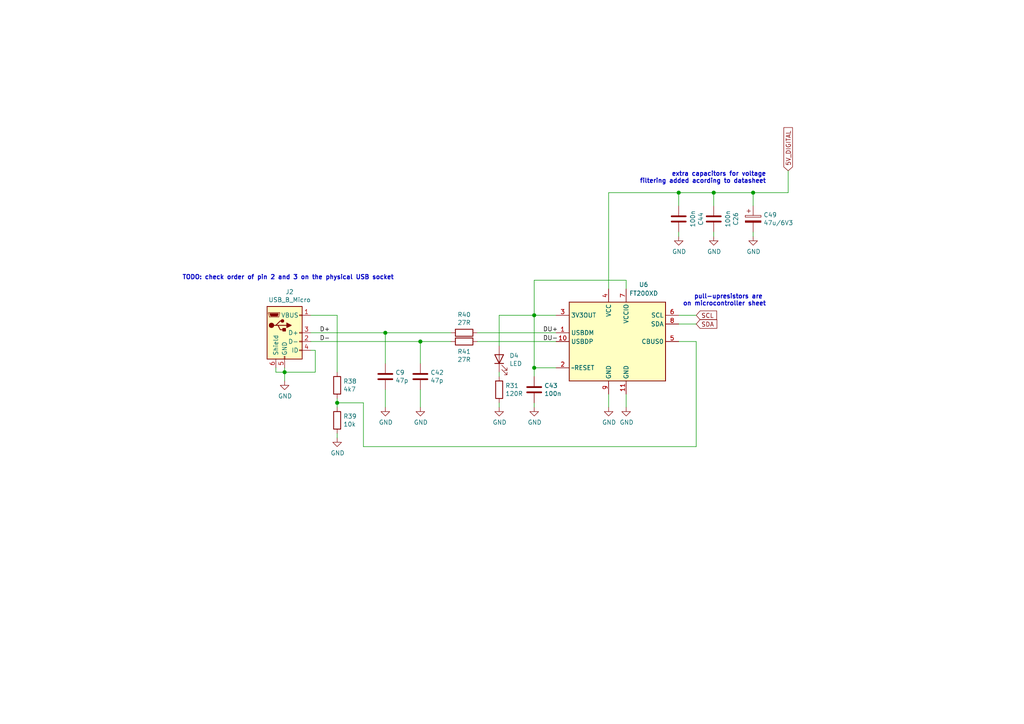
<source format=kicad_sch>
(kicad_sch (version 20231120) (generator "eeschema") (generator_version "8.0")
  (paper "A4")
  (lib_symbols
    (symbol "DDSFunctionGenerator-rescue:USB_B_Micro-Connector" (pin_names (offset 1.016))
      (property "Reference" "J" (at -5.08 11.43 0))
      (property "Value" "USB_B_Micro-Connector" (at -5.08 8.89 0))
      (symbol "USB_B_Micro-Connector_0_1"
        (rectangle (start -5.08 -7.62) (end 5.08 7.62) (stroke (width 0.254)) (fill (type background)))
        (circle (center -3.81 2.159) (radius 0.635) (stroke (width 0.254)) (fill (type outline)))
        (circle (center -0.635 3.429) (radius 0.381) (stroke (width 0.254)) (fill (type outline)))
        (rectangle (start -0.127 -7.62) (end 0.127 -6.858))
        (polyline (pts (xy -1.905 2.159) (xy 0.635 2.159)) (stroke (width 0.254)))
        (polyline (pts (xy -3.175 2.159) (xy -2.54 2.159) (xy -1.27 3.429) (xy -0.635 3.429)) (stroke (width 0.254)))
        (polyline (pts (xy -2.54 2.159) (xy -1.905 2.159) (xy -1.27 0.889) (xy 0 0.889)) (stroke (width 0.254)))
        (polyline (pts (xy 0.635 2.794) (xy 0.635 1.524) (xy 1.905 2.159) (xy 0.635 2.794)) (stroke (width 0.254)) (fill (type outline)))
        (polyline (pts (xy -4.318 5.588) (xy -1.778 5.588) (xy -2.032 4.826) (xy -4.064 4.826) (xy -4.318 5.588)) (fill (type outline)))
        (polyline (pts (xy -4.699 5.842) (xy -4.699 5.588) (xy -4.445 4.826) (xy -4.445 4.572) (xy -1.651 4.572) (xy -1.651 4.826) (xy -1.397 5.588) (xy -1.397 5.842) (xy -4.699 5.842)))
        (rectangle (start 0.254 1.27) (end -0.508 0.508) (stroke (width 0.254)) (fill (type outline)))
        (rectangle (start 5.08 -5.207) (end 4.318 -4.953))
        (rectangle (start 5.08 -2.667) (end 4.318 -2.413))
        (rectangle (start 5.08 -0.127) (end 4.318 0.127))
        (rectangle (start 5.08 4.953) (end 4.318 5.207))
      )
      (symbol "USB_B_Micro-Connector_1_1"
        (pin power_out line (at 7.62 5.08 180) (length 2.54) (name "VBUS") (number "1"))
        (pin passive line (at 7.62 -2.54 180) (length 2.54) (name "D-") (number "2"))
        (pin passive line (at 7.62 0 180) (length 2.54) (name "D+") (number "3"))
        (pin passive line (at 7.62 -5.08 180) (length 2.54) (name "ID") (number "4"))
        (pin power_out line (at 0 -10.16 90) (length 2.54) (name "GND") (number "5"))
        (pin passive line (at -2.54 -10.16 90) (length 2.54) (name "Shield") (number "6"))
      )
    )
    (symbol "Device:C" (pin_numbers hide) (pin_names (offset 0.254))
      (property "Reference" "C" (at 0.635 2.54 0))
      (property "Value" "C" (at 0.635 -2.54 0))
      (symbol "C_0_1"
        (polyline (pts (xy -2.032 -0.762) (xy 2.032 -0.762)) (stroke (width 0.508)))
        (polyline (pts (xy -2.032 0.762) (xy 2.032 0.762)) (stroke (width 0.508)))
      )
      (symbol "C_1_1"
        (pin passive line (at 0 3.81 270) (length 2.794) (name "~") (number "1"))
        (pin passive line (at 0 -3.81 90) (length 2.794) (name "~") (number "2"))
      )
    )
    (symbol "Device:CP" (pin_numbers hide) (pin_names (offset 0.254))
      (property "Reference" "C" (at 0.635 2.54 0))
      (property "Value" "CP" (at 0.635 -2.54 0))
      (symbol "CP_0_1"
        (rectangle (start -2.286 0.508) (end 2.286 1.016))
        (polyline (pts (xy -1.778 2.286) (xy -0.762 2.286)))
        (polyline (pts (xy -1.27 2.794) (xy -1.27 1.778)))
        (rectangle (start 2.286 -0.508) (end -2.286 -1.016) (fill (type outline)))
      )
      (symbol "CP_1_1"
        (pin passive line (at 0 3.81 270) (length 2.794) (name "~") (number "1"))
        (pin passive line (at 0 -3.81 90) (length 2.794) (name "~") (number "2"))
      )
    )
    (symbol "Device:LED" (pin_numbers hide) (pin_names (offset 1.016) hide)
      (property "Reference" "D" (at 0 2.54 0))
      (property "Value" "LED" (at 0 -2.54 0))
      (symbol "LED_0_1"
        (polyline (pts (xy -1.27 -1.27) (xy -1.27 1.27)) (stroke (width 0.254)))
        (polyline (pts (xy -1.27 0) (xy 1.27 0)))
        (polyline (pts (xy 1.27 -1.27) (xy 1.27 1.27) (xy -1.27 0) (xy 1.27 -1.27)) (stroke (width 0.254)))
        (polyline (pts (xy -3.048 -0.762) (xy -4.572 -2.286) (xy -3.81 -2.286) (xy -4.572 -2.286) (xy -4.572 -1.524)))
        (polyline (pts (xy -1.778 -0.762) (xy -3.302 -2.286) (xy -2.54 -2.286) (xy -3.302 -2.286) (xy -3.302 -1.524)))
      )
      (symbol "LED_1_1"
        (pin passive line (at -3.81 0 0) (length 2.54) (name "K") (number "1"))
        (pin passive line (at 3.81 0 180) (length 2.54) (name "A") (number "2"))
      )
    )
    (symbol "Device:R" (pin_numbers hide) (pin_names (offset 0))
      (property "Reference" "R" (at 2.032 0 90))
      (property "Value" "R" (at 0 0 90))
      (symbol "R_0_1"
        (rectangle (start -1.016 -2.54) (end 1.016 2.54) (stroke (width 0.254)))
      )
      (symbol "R_1_1"
        (pin passive line (at 0 3.81 270) (length 1.27) (name "~") (number "1"))
        (pin passive line (at 0 -3.81 90) (length 1.27) (name "~") (number "2"))
      )
    )
    (symbol "Interface_USB:FT200XD"
      (property "Reference" "U" (at -13.97 12.7 0))
      (property "Value" "FT200XD" (at 7.62 12.7 0))
      (symbol "FT200XD_0_1"
        (rectangle (start -13.97 11.43) (end 13.97 -11.43) (stroke (width 0.254)) (fill (type background)))
      )
      (symbol "FT200XD_1_1"
        (pin input line (at -17.78 2.54 0) (length 3.81) (name "USBDM") (number "1"))
        (pin input line (at -17.78 0 0) (length 3.81) (name "USBDP") (number "10"))
        (pin power_in line (at 2.54 -15.24 90) (length 3.81) (name "GND") (number "11"))
        (pin input line (at -17.78 -7.62 0) (length 3.81) (name "~RESET") (number "2"))
        (pin power_out line (at -17.78 7.62 0) (length 3.81) (name "3V3OUT") (number "3"))
        (pin power_in line (at -2.54 15.24 270) (length 3.81) (name "VCC") (number "4"))
        (pin bidirectional line (at 17.78 0 180) (length 3.81) (name "CBUS0") (number "5"))
        (pin input line (at 17.78 7.62 180) (length 3.81) (name "SCL") (number "6"))
        (pin power_in line (at 2.54 15.24 270) (length 3.81) (name "VCCIO") (number "7"))
        (pin bidirectional line (at 17.78 5.08 180) (length 3.81) (name "SDA") (number "8"))
        (pin power_in line (at -2.54 -15.24 90) (length 3.81) (name "GND") (number "9"))
      )
    )
    (symbol "power:GND" (power) (pin_names (offset 0))
      (property "Value" "GND" (at 0 -3.81 0))
      (symbol "GND_0_1"
        (polyline (pts (xy 0 0) (xy 0 -1.27) (xy 1.27 -1.27) (xy 0 -2.54) (xy -1.27 -1.27) (xy 0 -1.27)))
      )
      (symbol "GND_1_1"
        (pin power_in line (at 0 0 270) (length 0) hide (name "GND") (number "1"))
      )
    )
  )
  (junction (at 97.79 116.84) (diameter 1.016))
  (junction (at 196.85 55.88) (diameter 1.016))
  (junction (at 82.55 107.95) (diameter 1.016))
  (junction (at 154.94 106.68) (diameter 1.016))
  (junction (at 121.92 99.06) (diameter 1.016))
  (junction (at 111.76 96.52) (diameter 1.016))
  (junction (at 218.44 55.88) (diameter 1.016))
  (junction (at 154.94 91.44) (diameter 1.016))
  (junction (at 207.01 55.88) (diameter 1.016))
  (wire (pts (xy 97.79 91.44) (xy 97.79 107.95)))
  (wire (pts (xy 218.44 59.69) (xy 218.44 55.88)))
  (wire (pts (xy 207.01 59.69) (xy 207.01 55.88)))
  (wire (pts (xy 82.55 107.95) (xy 82.55 106.68)))
  (wire (pts (xy 80.01 106.68) (xy 80.01 107.95)))
  (wire (pts (xy 144.78 107.95) (xy 144.78 109.22)))
  (wire (pts (xy 181.61 81.28) (xy 154.94 81.28)))
  (wire (pts (xy 196.85 55.88) (xy 196.85 59.69)))
  (wire (pts (xy 181.61 118.11) (xy 181.61 114.3)))
  (wire (pts (xy 161.29 106.68) (xy 154.94 106.68)))
  (wire (pts (xy 121.92 118.11) (xy 121.92 113.03)))
  (wire (pts (xy 154.94 106.68) (xy 154.94 109.22)))
  (wire (pts (xy 105.41 129.54) (xy 201.93 129.54)))
  (wire (pts (xy 97.79 116.84) (xy 97.79 115.57)))
  (wire (pts (xy 80.01 107.95) (xy 82.55 107.95)))
  (wire (pts (xy 97.79 127) (xy 97.79 125.73)))
  (wire (pts (xy 207.01 68.58) (xy 207.01 67.31)))
  (wire (pts (xy 91.44 107.95) (xy 82.55 107.95)))
  (wire (pts (xy 218.44 68.58) (xy 218.44 67.31)))
  (wire (pts (xy 90.17 99.06) (xy 121.92 99.06)))
  (wire (pts (xy 121.92 105.41) (xy 121.92 99.06)))
  (wire (pts (xy 154.94 118.11) (xy 154.94 116.84)))
  (wire (pts (xy 144.78 91.44) (xy 144.78 100.33)))
  (wire (pts (xy 161.29 99.06) (xy 138.43 99.06)))
  (wire (pts (xy 154.94 81.28) (xy 154.94 91.44)))
  (wire (pts (xy 154.94 91.44) (xy 144.78 91.44)))
  (wire (pts (xy 90.17 101.6) (xy 91.44 101.6)))
  (wire (pts (xy 138.43 96.52) (xy 161.29 96.52)))
  (wire (pts (xy 111.76 118.11) (xy 111.76 113.03)))
  (wire (pts (xy 91.44 101.6) (xy 91.44 107.95)))
  (wire (pts (xy 196.85 93.98) (xy 201.93 93.98)))
  (wire (pts (xy 196.85 55.88) (xy 176.53 55.88)))
  (wire (pts (xy 176.53 55.88) (xy 176.53 83.82)))
  (wire (pts (xy 82.55 110.49) (xy 82.55 107.95)))
  (wire (pts (xy 111.76 96.52) (xy 111.76 105.41)))
  (wire (pts (xy 97.79 118.11) (xy 97.79 116.84)))
  (wire (pts (xy 144.78 118.11) (xy 144.78 116.84)))
  (wire (pts (xy 161.29 91.44) (xy 154.94 91.44)))
  (wire (pts (xy 130.81 96.52) (xy 111.76 96.52)))
  (wire (pts (xy 196.85 91.44) (xy 201.93 91.44)))
  (wire (pts (xy 181.61 83.82) (xy 181.61 81.28)))
  (wire (pts (xy 90.17 91.44) (xy 97.79 91.44)))
  (wire (pts (xy 105.41 116.84) (xy 105.41 129.54)))
  (wire (pts (xy 176.53 118.11) (xy 176.53 114.3)))
  (wire (pts (xy 130.81 99.06) (xy 121.92 99.06)))
  (wire (pts (xy 201.93 99.06) (xy 196.85 99.06)))
  (wire (pts (xy 207.01 55.88) (xy 196.85 55.88)))
  (wire (pts (xy 97.79 116.84) (xy 105.41 116.84)))
  (wire (pts (xy 154.94 91.44) (xy 154.94 106.68)))
  (wire (pts (xy 196.85 68.58) (xy 196.85 67.31)))
  (wire (pts (xy 201.93 129.54) (xy 201.93 99.06)))
  (wire (pts (xy 228.6 49.53) (xy 228.6 55.88)))
  (wire (pts (xy 228.6 55.88) (xy 218.44 55.88)))
  (wire (pts (xy 218.44 55.88) (xy 207.01 55.88)))
  (wire (pts (xy 90.17 96.52) (xy 111.76 96.52)))
  (text "extra capacitors for voltage\nfiltering added acording to datasheet\n" (at 222.25 53.34 0) (effects (font (size 1.27 1.27) (thickness 0.254) (bold yes)) (justify right bottom)))
  (text "TODO: check order of pin 2 and 3 on the physical USB socket" (at 114.3 81.28 0) (effects (font (size 1.27 1.27) (thickness 0.254) (bold yes)) (justify right bottom)))
  (text "pull-upresistors are \non microcontroller sheet" (at 222.25 88.9 0) (effects (font (size 1.27 1.27) (thickness 0.254) (bold yes)) (justify right bottom)))
  (label "DU+" (at 157.48 96.52 0))
  (label "DU-" (at 157.48 99.06 0))
  (label "D-" (at 92.71 99.06 0))
  (label "D+" (at 92.71 96.52 0))
  (global_label "SDA" (shape input) (at 201.93 93.98 0) (property "Intersheetrefs" "${INTERSHEET_REFS}" (effects (hide yes))))
  (global_label "SCL" (shape input) (at 201.93 91.44 0) (property "Intersheetrefs" "${INTERSHEET_REFS}" (effects (hide yes))))
  (global_label "5V_DIGITAL" (shape input) (at 228.6 49.53 90) (property "Intersheetrefs" "${INTERSHEET_REFS}" (effects (hide yes))))
  (symbol (lib_id "power:GND") (at 176.53 118.11 0) (unit 1)
    (property "Reference" "#PWR070" (effects (hide yes)))
    (property "Value" "GND" (at 176.657 122.5042 0))
  )
  (symbol (lib_id "power:GND") (at 181.61 118.11 0) (unit 1)
    (property "Reference" "#PWR071" (effects (hide yes)))
    (property "Value" "GND" (at 181.737 122.5042 0))
  )
  (symbol (lib_id "Device:R") (at 134.62 99.06 270) (unit 1)
    (property "Reference" "R41" (at 134.62 101.981 90))
    (property "Value" "27R" (at 134.62 104.2924 90))
    (property "Footprint" "Resistor_SMD:R_0805_2012Metric" (effects (hide yes)))
  )
  (symbol (lib_id "Device:R") (at 134.62 96.52 270) (unit 1)
    (property "Reference" "R40" (at 134.62 91.2622 90))
    (property "Value" "27R" (at 134.62 93.5736 90))
    (property "Footprint" "Resistor_SMD:R_0805_2012Metric" (effects (hide yes)))
  )
  (symbol (lib_id "Device:C") (at 121.92 109.22 180) (unit 1)
    (property "Reference" "C42" (at 124.841 108.0516 0) (effects (justify right)))
    (property "Value" "47p" (at 124.841 110.363 0) (effects (justify right)))
    (property "Footprint" "Capacitor_SMD:C_0805_2012Metric" (effects (hide yes)))
  )
  (symbol (lib_id "Device:C") (at 111.76 109.22 180) (unit 1)
    (property "Reference" "C9" (at 114.681 108.0516 0) (effects (justify right)))
    (property "Value" "47p" (at 114.681 110.363 0) (effects (justify right)))
    (property "Footprint" "Capacitor_SMD:C_0805_2012Metric" (effects (hide yes)))
  )
  (symbol (lib_id "power:GND") (at 111.76 118.11 0) (unit 1)
    (property "Reference" "#PWR065" (effects (hide yes)))
    (property "Value" "GND" (at 111.887 122.5042 0))
  )
  (symbol (lib_id "power:GND") (at 121.92 118.11 0) (unit 1)
    (property "Reference" "#PWR066" (effects (hide yes)))
    (property "Value" "GND" (at 122.047 122.5042 0))
  )
  (symbol (lib_id "Device:C") (at 154.94 113.03 180) (unit 1)
    (property "Reference" "C43" (at 157.861 111.8616 0) (effects (justify right)))
    (property "Value" "100n" (at 157.861 114.173 0) (effects (justify right)))
    (property "Footprint" "Capacitor_SMD:C_0805_2012Metric" (effects (hide yes)))
  )
  (symbol (lib_id "power:GND") (at 154.94 118.11 0) (unit 1)
    (property "Reference" "#PWR067" (effects (hide yes)))
    (property "Value" "GND" (at 155.067 122.5042 0))
  )
  (symbol (lib_id "Device:C") (at 196.85 63.5 0) (unit 1)
    (property "Reference" "C44" (at 203.2508 63.5 90))
    (property "Value" "100n" (at 200.9394 63.5 90))
    (property "Footprint" "Capacitor_SMD:C_0805_2012Metric" (effects (hide yes)))
  )
  (symbol (lib_id "Device:R") (at 97.79 111.76 0) (unit 1)
    (property "Reference" "R38" (at 99.568 110.5916 0) (effects (justify left)))
    (property "Value" "4k7" (at 99.568 112.903 0) (effects (justify left)))
    (property "Footprint" "Resistor_SMD:R_0805_2012Metric" (effects (hide yes)))
  )
  (symbol (lib_id "Device:R") (at 97.79 121.92 0) (unit 1)
    (property "Reference" "R39" (at 99.568 120.7516 0) (effects (justify left)))
    (property "Value" "10k" (at 99.568 123.063 0) (effects (justify left)))
    (property "Footprint" "Resistor_SMD:R_0805_2012Metric" (effects (hide yes)))
  )
  (symbol (lib_id "power:GND") (at 97.79 127 0) (unit 1)
    (property "Reference" "#PWR064" (effects (hide yes)))
    (property "Value" "GND" (at 97.917 131.3942 0))
  )
  (symbol (lib_id "DDSFunctionGenerator-rescue:USB_B_Micro-Connector") (at 82.55 96.52 0) (unit 1)
    (property "Reference" "J2" (at 83.9978 84.6582 0))
    (property "Value" "USB_B_Micro" (at 83.9978 86.9696 0))
    (property "Footprint" "Connector_USB:USB_Micro-B_Molex_47346-0001" (effects (hide yes)))
  )
  (symbol (lib_id "Interface_USB:FT200XD") (at 179.07 99.06 0) (unit 1)
    (property "Reference" "U6" (at 186.69 82.55 0))
    (property "Value" "FT200XD" (at 186.69 85.09 0))
    (property "Footprint" "Package_DFN_QFN:DFN-10-1EP_3x3mm_P0.5mm_EP1.55x2.48mm" (effects (hide yes)))
    (property "Datasheet" "http://www.ftdichip.com/Products/ICs/FT200XD.html" (effects (hide yes)))
  )
  (symbol (lib_id "Device:LED") (at 144.78 104.14 90) (unit 1)
    (property "Reference" "D4" (at 147.7518 103.1494 90) (effects (justify right)))
    (property "Value" "LED" (at 147.7518 105.4608 90) (effects (justify right)))
    (property "Footprint" "LED_SMD:LED_0402_1005Metric" (effects (hide yes)))
  )
  (symbol (lib_id "Device:R") (at 144.78 113.03 0) (unit 1)
    (property "Reference" "R31" (at 146.558 111.8616 0) (effects (justify left)))
    (property "Value" "120R" (at 146.558 114.173 0) (effects (justify left)))
    (property "Footprint" "Resistor_SMD:R_0805_2012Metric" (effects (hide yes)))
  )
  (symbol (lib_id "power:GND") (at 82.55 110.49 0) (unit 1)
    (property "Reference" "#PWR020" (effects (hide yes)))
    (property "Value" "GND" (at 82.677 114.8842 0))
  )
  (symbol (lib_id "power:GND") (at 144.78 118.11 0) (unit 1)
    (property "Reference" "#PWR039" (effects (hide yes)))
    (property "Value" "GND" (at 144.907 122.5042 0))
  )
  (symbol (lib_id "Device:CP") (at 218.44 63.5 0) (unit 1)
    (property "Reference" "C49" (at 221.4372 62.3316 0) (effects (justify left)))
    (property "Value" "47u/6V3" (at 221.4372 64.643 0) (effects (justify left)))
    (property "Footprint" "Capacitor_Tantalum_SMD:CP_EIA-3528-21_Kemet-B" (effects (hide yes)))
  )
  (symbol (lib_id "power:GND") (at 218.44 68.58 0) (unit 1)
    (property "Reference" "#PWR074" (effects (hide yes)))
    (property "Value" "GND" (at 218.567 72.9742 0))
  )
  (symbol (lib_id "Device:C") (at 207.01 63.5 0) (unit 1)
    (property "Reference" "C26" (at 213.4108 63.5 90))
    (property "Value" "100n" (at 211.0994 63.5 90))
    (property "Footprint" "Capacitor_SMD:C_0805_2012Metric" (effects (hide yes)))
  )
  (symbol (lib_id "power:GND") (at 207.01 68.58 0) (unit 1)
    (property "Reference" "#PWR068" (effects (hide yes)))
    (property "Value" "GND" (at 207.137 72.9742 0))
  )
  (symbol (lib_id "power:GND") (at 196.85 68.58 0) (unit 1)
    (property "Reference" "#PWR040" (effects (hide yes)))
    (property "Value" "GND" (at 196.977 72.9742 0))
  )
)
</source>
